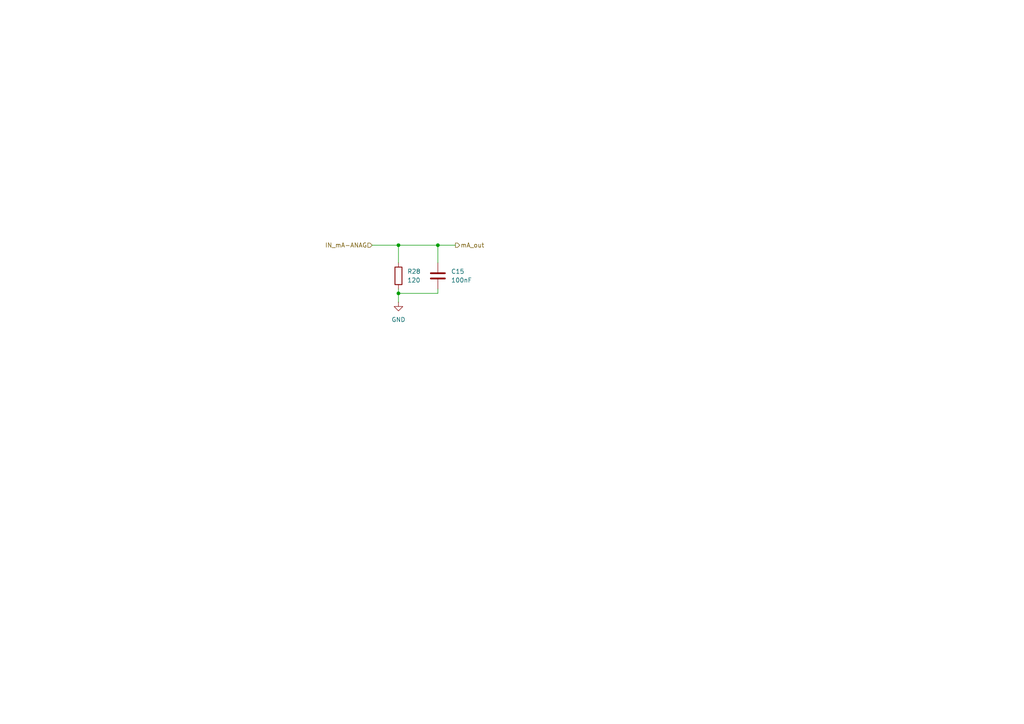
<source format=kicad_sch>
(kicad_sch
	(version 20250114)
	(generator "eeschema")
	(generator_version "9.0")
	(uuid "1dcd1e37-929a-4931-ac67-c6eb51aafe40")
	(paper "A4")
	(lib_symbols
		(symbol "PCM_Capacitor_AKL:C_0603"
			(pin_numbers
				(hide yes)
			)
			(pin_names
				(offset 0.254)
			)
			(exclude_from_sim no)
			(in_bom yes)
			(on_board yes)
			(property "Reference" "C"
				(at 0.635 2.54 0)
				(effects
					(font
						(size 1.27 1.27)
					)
					(justify left)
				)
			)
			(property "Value" "C_0603"
				(at 0.635 -2.54 0)
				(effects
					(font
						(size 1.27 1.27)
					)
					(justify left)
				)
			)
			(property "Footprint" "PCM_Capacitor_SMD_AKL:C_0603_1608Metric"
				(at 0.9652 -3.81 0)
				(effects
					(font
						(size 1.27 1.27)
					)
					(hide yes)
				)
			)
			(property "Datasheet" "~"
				(at 0 0 0)
				(effects
					(font
						(size 1.27 1.27)
					)
					(hide yes)
				)
			)
			(property "Description" "SMD 0603 MLCC capacitor, Alternate KiCad Library"
				(at 0 0 0)
				(effects
					(font
						(size 1.27 1.27)
					)
					(hide yes)
				)
			)
			(property "ki_keywords" "cap capacitor ceramic chip mlcc smd 0603"
				(at 0 0 0)
				(effects
					(font
						(size 1.27 1.27)
					)
					(hide yes)
				)
			)
			(property "ki_fp_filters" "C_*"
				(at 0 0 0)
				(effects
					(font
						(size 1.27 1.27)
					)
					(hide yes)
				)
			)
			(symbol "C_0603_0_1"
				(polyline
					(pts
						(xy -2.032 0.762) (xy 2.032 0.762)
					)
					(stroke
						(width 0.508)
						(type default)
					)
					(fill
						(type none)
					)
				)
				(polyline
					(pts
						(xy -2.032 -0.762) (xy 2.032 -0.762)
					)
					(stroke
						(width 0.508)
						(type default)
					)
					(fill
						(type none)
					)
				)
			)
			(symbol "C_0603_0_2"
				(polyline
					(pts
						(xy -2.54 -2.54) (xy -0.381 -0.381)
					)
					(stroke
						(width 0)
						(type default)
					)
					(fill
						(type none)
					)
				)
				(polyline
					(pts
						(xy -0.508 -0.508) (xy -1.651 0.635)
					)
					(stroke
						(width 0.508)
						(type default)
					)
					(fill
						(type none)
					)
				)
				(polyline
					(pts
						(xy -0.508 -0.508) (xy 0.635 -1.651)
					)
					(stroke
						(width 0.508)
						(type default)
					)
					(fill
						(type none)
					)
				)
				(polyline
					(pts
						(xy 0.381 0.381) (xy 2.54 2.54)
					)
					(stroke
						(width 0)
						(type default)
					)
					(fill
						(type none)
					)
				)
				(polyline
					(pts
						(xy 0.508 0.508) (xy -0.635 1.651)
					)
					(stroke
						(width 0.508)
						(type default)
					)
					(fill
						(type none)
					)
				)
				(polyline
					(pts
						(xy 0.508 0.508) (xy 1.651 -0.635)
					)
					(stroke
						(width 0.508)
						(type default)
					)
					(fill
						(type none)
					)
				)
			)
			(symbol "C_0603_1_1"
				(pin passive line
					(at 0 3.81 270)
					(length 2.794)
					(name "~"
						(effects
							(font
								(size 1.27 1.27)
							)
						)
					)
					(number "1"
						(effects
							(font
								(size 1.27 1.27)
							)
						)
					)
				)
				(pin passive line
					(at 0 -3.81 90)
					(length 2.794)
					(name "~"
						(effects
							(font
								(size 1.27 1.27)
							)
						)
					)
					(number "2"
						(effects
							(font
								(size 1.27 1.27)
							)
						)
					)
				)
			)
			(symbol "C_0603_1_2"
				(pin passive line
					(at -2.54 -2.54 90)
					(length 0)
					(name "~"
						(effects
							(font
								(size 1.27 1.27)
							)
						)
					)
					(number "2"
						(effects
							(font
								(size 1.27 1.27)
							)
						)
					)
				)
				(pin passive line
					(at 2.54 2.54 270)
					(length 0)
					(name "~"
						(effects
							(font
								(size 1.27 1.27)
							)
						)
					)
					(number "1"
						(effects
							(font
								(size 1.27 1.27)
							)
						)
					)
				)
			)
			(embedded_fonts no)
		)
		(symbol "PCM_Resistor_AKL:R_0603"
			(pin_numbers
				(hide yes)
			)
			(pin_names
				(offset 0)
			)
			(exclude_from_sim no)
			(in_bom yes)
			(on_board yes)
			(property "Reference" "R"
				(at 2.54 1.27 0)
				(effects
					(font
						(size 1.27 1.27)
					)
					(justify left)
				)
			)
			(property "Value" "R_0603"
				(at 2.54 -1.27 0)
				(effects
					(font
						(size 1.27 1.27)
					)
					(justify left)
				)
			)
			(property "Footprint" "PCM_Resistor_SMD_AKL:R_0603_1608Metric"
				(at 0 -11.43 0)
				(effects
					(font
						(size 1.27 1.27)
					)
					(hide yes)
				)
			)
			(property "Datasheet" "~"
				(at 0 0 0)
				(effects
					(font
						(size 1.27 1.27)
					)
					(hide yes)
				)
			)
			(property "Description" "SMD 0603 Chip Resistor, European Symbol, Alternate KiCad Library"
				(at 0 0 0)
				(effects
					(font
						(size 1.27 1.27)
					)
					(hide yes)
				)
			)
			(property "ki_keywords" "R res resistor eu SMD 0603"
				(at 0 0 0)
				(effects
					(font
						(size 1.27 1.27)
					)
					(hide yes)
				)
			)
			(property "ki_fp_filters" "R_*"
				(at 0 0 0)
				(effects
					(font
						(size 1.27 1.27)
					)
					(hide yes)
				)
			)
			(symbol "R_0603_0_1"
				(rectangle
					(start -1.016 2.54)
					(end 1.016 -2.54)
					(stroke
						(width 0.254)
						(type default)
					)
					(fill
						(type none)
					)
				)
			)
			(symbol "R_0603_0_2"
				(polyline
					(pts
						(xy -2.54 -2.54) (xy -1.524 -1.524)
					)
					(stroke
						(width 0)
						(type default)
					)
					(fill
						(type none)
					)
				)
				(polyline
					(pts
						(xy 1.524 1.524) (xy 2.54 2.54)
					)
					(stroke
						(width 0)
						(type default)
					)
					(fill
						(type none)
					)
				)
				(polyline
					(pts
						(xy 1.524 1.524) (xy 0.889 2.159) (xy -2.159 -0.889) (xy -0.889 -2.159) (xy 2.159 0.889) (xy 1.524 1.524)
					)
					(stroke
						(width 0.254)
						(type default)
					)
					(fill
						(type none)
					)
				)
			)
			(symbol "R_0603_1_1"
				(pin passive line
					(at 0 3.81 270)
					(length 1.27)
					(name "~"
						(effects
							(font
								(size 1.27 1.27)
							)
						)
					)
					(number "1"
						(effects
							(font
								(size 1.27 1.27)
							)
						)
					)
				)
				(pin passive line
					(at 0 -3.81 90)
					(length 1.27)
					(name "~"
						(effects
							(font
								(size 1.27 1.27)
							)
						)
					)
					(number "2"
						(effects
							(font
								(size 1.27 1.27)
							)
						)
					)
				)
			)
			(symbol "R_0603_1_2"
				(pin passive line
					(at -2.54 -2.54 0)
					(length 0)
					(name ""
						(effects
							(font
								(size 1.27 1.27)
							)
						)
					)
					(number "2"
						(effects
							(font
								(size 1.27 1.27)
							)
						)
					)
				)
				(pin passive line
					(at 2.54 2.54 180)
					(length 0)
					(name ""
						(effects
							(font
								(size 1.27 1.27)
							)
						)
					)
					(number "1"
						(effects
							(font
								(size 1.27 1.27)
							)
						)
					)
				)
			)
			(embedded_fonts no)
		)
		(symbol "power:GND"
			(power)
			(pin_numbers
				(hide yes)
			)
			(pin_names
				(offset 0)
				(hide yes)
			)
			(exclude_from_sim no)
			(in_bom yes)
			(on_board yes)
			(property "Reference" "#PWR"
				(at 0 -6.35 0)
				(effects
					(font
						(size 1.27 1.27)
					)
					(hide yes)
				)
			)
			(property "Value" "GND"
				(at 0 -3.81 0)
				(effects
					(font
						(size 1.27 1.27)
					)
				)
			)
			(property "Footprint" ""
				(at 0 0 0)
				(effects
					(font
						(size 1.27 1.27)
					)
					(hide yes)
				)
			)
			(property "Datasheet" ""
				(at 0 0 0)
				(effects
					(font
						(size 1.27 1.27)
					)
					(hide yes)
				)
			)
			(property "Description" "Power symbol creates a global label with name \"GND\" , ground"
				(at 0 0 0)
				(effects
					(font
						(size 1.27 1.27)
					)
					(hide yes)
				)
			)
			(property "ki_keywords" "global power"
				(at 0 0 0)
				(effects
					(font
						(size 1.27 1.27)
					)
					(hide yes)
				)
			)
			(symbol "GND_0_1"
				(polyline
					(pts
						(xy 0 0) (xy 0 -1.27) (xy 1.27 -1.27) (xy 0 -2.54) (xy -1.27 -1.27) (xy 0 -1.27)
					)
					(stroke
						(width 0)
						(type default)
					)
					(fill
						(type none)
					)
				)
			)
			(symbol "GND_1_1"
				(pin power_in line
					(at 0 0 270)
					(length 0)
					(name "~"
						(effects
							(font
								(size 1.27 1.27)
							)
						)
					)
					(number "1"
						(effects
							(font
								(size 1.27 1.27)
							)
						)
					)
				)
			)
			(embedded_fonts no)
		)
	)
	(junction
		(at 127 71.12)
		(diameter 0)
		(color 0 0 0 0)
		(uuid "1b1fbf82-db9c-44a5-99da-f7d293f421de")
	)
	(junction
		(at 115.57 71.12)
		(diameter 0)
		(color 0 0 0 0)
		(uuid "5319bec5-3f67-41f3-b37f-36ac897271f0")
	)
	(junction
		(at 115.57 85.09)
		(diameter 0)
		(color 0 0 0 0)
		(uuid "61f71051-e16d-408d-8b25-7c4073c3dfc9")
	)
	(wire
		(pts
			(xy 127 71.12) (xy 132.08 71.12)
		)
		(stroke
			(width 0)
			(type default)
		)
		(uuid "063c7fe3-2cb5-4d25-a5c8-685eea0e1511")
	)
	(wire
		(pts
			(xy 127 85.09) (xy 127 83.82)
		)
		(stroke
			(width 0)
			(type default)
		)
		(uuid "3a4dbbeb-9e80-4970-ba6e-03c63ceeb26d")
	)
	(wire
		(pts
			(xy 115.57 76.2) (xy 115.57 71.12)
		)
		(stroke
			(width 0)
			(type default)
		)
		(uuid "4675ccb3-c08a-400a-a0f1-230e53b0a1d1")
	)
	(wire
		(pts
			(xy 127 71.12) (xy 115.57 71.12)
		)
		(stroke
			(width 0)
			(type default)
		)
		(uuid "5b7874a4-ad9d-4329-a531-9b7d5d90f270")
	)
	(wire
		(pts
			(xy 127 76.2) (xy 127 71.12)
		)
		(stroke
			(width 0)
			(type default)
		)
		(uuid "74ac9a0a-139f-4e5c-abec-d7120fc27d64")
	)
	(wire
		(pts
			(xy 115.57 85.09) (xy 115.57 83.82)
		)
		(stroke
			(width 0)
			(type default)
		)
		(uuid "7c45d00c-882f-440b-b673-5d8b19d2c194")
	)
	(wire
		(pts
			(xy 115.57 85.09) (xy 115.57 87.63)
		)
		(stroke
			(width 0)
			(type default)
		)
		(uuid "c7f0bc33-785e-48e6-8990-c9f51cd8fb9f")
	)
	(wire
		(pts
			(xy 115.57 85.09) (xy 127 85.09)
		)
		(stroke
			(width 0)
			(type default)
		)
		(uuid "d9e158b3-8c74-4064-9986-3dbb3276b060")
	)
	(wire
		(pts
			(xy 115.57 71.12) (xy 107.95 71.12)
		)
		(stroke
			(width 0)
			(type default)
		)
		(uuid "e8331c01-85c8-411f-97a7-372b16c5f08f")
	)
	(hierarchical_label "IN_mA-ANAG"
		(shape input)
		(at 107.95 71.12 180)
		(effects
			(font
				(size 1.27 1.27)
			)
			(justify right)
		)
		(uuid "a2e5c8fe-461d-410d-b6a1-8973b39e8a59")
	)
	(hierarchical_label "mA_out"
		(shape output)
		(at 132.08 71.12 0)
		(effects
			(font
				(size 1.27 1.27)
			)
			(justify left)
		)
		(uuid "b4bd1926-ee96-4ac8-92f8-5a3810c35137")
	)
	(symbol
		(lib_id "PCM_Capacitor_AKL:C_0603")
		(at 127 80.01 0)
		(unit 1)
		(exclude_from_sim no)
		(in_bom yes)
		(on_board yes)
		(dnp no)
		(fields_autoplaced yes)
		(uuid "415f1027-2919-4a42-8fbc-19902a1e260a")
		(property "Reference" "C15"
			(at 130.81 78.7399 0)
			(effects
				(font
					(size 1.27 1.27)
				)
				(justify left)
			)
		)
		(property "Value" "100nF"
			(at 130.81 81.2799 0)
			(effects
				(font
					(size 1.27 1.27)
				)
				(justify left)
			)
		)
		(property "Footprint" "PCM_Capacitor_SMD_AKL:C_0603_1608Metric"
			(at 127.9652 83.82 0)
			(effects
				(font
					(size 1.27 1.27)
				)
				(hide yes)
			)
		)
		(property "Datasheet" "~"
			(at 127 80.01 0)
			(effects
				(font
					(size 1.27 1.27)
				)
				(hide yes)
			)
		)
		(property "Description" "SMD 0603 MLCC capacitor, Alternate KiCad Library"
			(at 127 80.01 0)
			(effects
				(font
					(size 1.27 1.27)
				)
				(hide yes)
			)
		)
		(pin "2"
			(uuid "65cf43c6-e2a8-4cfc-b296-77e1c58fb3c5")
		)
		(pin "1"
			(uuid "fa5dd73e-b8f3-412d-bfe8-d7521175d02f")
		)
		(instances
			(project ""
				(path "/65bd0161-ef9e-46bf-8f53-5e79265dec38/b9169cbc-15eb-4442-a6f5-930282d069c3/616ec62d-6079-4fe1-9687-166b9625c236"
					(reference "C15")
					(unit 1)
				)
			)
		)
	)
	(symbol
		(lib_id "power:GND")
		(at 115.57 87.63 0)
		(unit 1)
		(exclude_from_sim no)
		(in_bom yes)
		(on_board yes)
		(dnp no)
		(fields_autoplaced yes)
		(uuid "6666f434-c98b-4e95-ad33-1c02d4a2ca8e")
		(property "Reference" "#PWR060"
			(at 115.57 93.98 0)
			(effects
				(font
					(size 1.27 1.27)
				)
				(hide yes)
			)
		)
		(property "Value" "GND"
			(at 115.57 92.71 0)
			(effects
				(font
					(size 1.27 1.27)
				)
			)
		)
		(property "Footprint" ""
			(at 115.57 87.63 0)
			(effects
				(font
					(size 1.27 1.27)
				)
				(hide yes)
			)
		)
		(property "Datasheet" ""
			(at 115.57 87.63 0)
			(effects
				(font
					(size 1.27 1.27)
				)
				(hide yes)
			)
		)
		(property "Description" "Power symbol creates a global label with name \"GND\" , ground"
			(at 115.57 87.63 0)
			(effects
				(font
					(size 1.27 1.27)
				)
				(hide yes)
			)
		)
		(pin "1"
			(uuid "8b2ebb43-1501-4556-9345-6e2ced4360f3")
		)
		(instances
			(project ""
				(path "/65bd0161-ef9e-46bf-8f53-5e79265dec38/b9169cbc-15eb-4442-a6f5-930282d069c3/616ec62d-6079-4fe1-9687-166b9625c236"
					(reference "#PWR060")
					(unit 1)
				)
			)
		)
	)
	(symbol
		(lib_id "PCM_Resistor_AKL:R_0603")
		(at 115.57 80.01 0)
		(unit 1)
		(exclude_from_sim no)
		(in_bom yes)
		(on_board yes)
		(dnp no)
		(fields_autoplaced yes)
		(uuid "67c06564-b200-4de0-8e57-443f841cb8ae")
		(property "Reference" "R28"
			(at 118.11 78.7399 0)
			(effects
				(font
					(size 1.27 1.27)
				)
				(justify left)
			)
		)
		(property "Value" "120"
			(at 118.11 81.2799 0)
			(effects
				(font
					(size 1.27 1.27)
				)
				(justify left)
			)
		)
		(property "Footprint" "PCM_Resistor_SMD_AKL:R_0603_1608Metric"
			(at 115.57 91.44 0)
			(effects
				(font
					(size 1.27 1.27)
				)
				(hide yes)
			)
		)
		(property "Datasheet" "~"
			(at 115.57 80.01 0)
			(effects
				(font
					(size 1.27 1.27)
				)
				(hide yes)
			)
		)
		(property "Description" "SMD 0603 Chip Resistor, European Symbol, Alternate KiCad Library"
			(at 115.57 80.01 0)
			(effects
				(font
					(size 1.27 1.27)
				)
				(hide yes)
			)
		)
		(pin "2"
			(uuid "882414d7-65b3-4d90-8d7f-cdc608198727")
		)
		(pin "1"
			(uuid "fea99421-e7d6-4c35-b39e-a67849bd6c7b")
		)
		(instances
			(project ""
				(path "/65bd0161-ef9e-46bf-8f53-5e79265dec38/b9169cbc-15eb-4442-a6f5-930282d069c3/616ec62d-6079-4fe1-9687-166b9625c236"
					(reference "R28")
					(unit 1)
				)
			)
		)
	)
)

</source>
